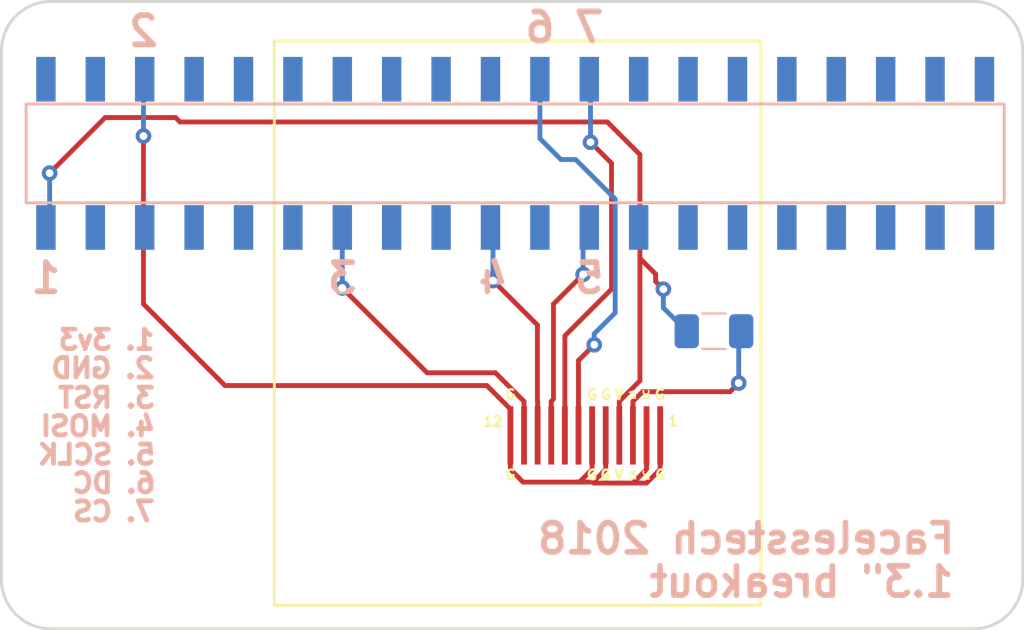
<source format=kicad_pcb>
(kicad_pcb (version 20171130) (host pcbnew 5.0.2+dfsg1-1~bpo9+1)

  (general
    (thickness 1.6)
    (drawings 24)
    (tracks 90)
    (zones 0)
    (modules 3)
    (nets 42)
  )

  (page A4)
  (layers
    (0 F.Cu signal)
    (31 B.Cu signal)
    (32 B.Adhes user)
    (33 F.Adhes user)
    (34 B.Paste user)
    (35 F.Paste user)
    (36 B.SilkS user)
    (37 F.SilkS user)
    (38 B.Mask user)
    (39 F.Mask user)
    (40 Dwgs.User user)
    (41 Cmts.User user)
    (42 Eco1.User user)
    (43 Eco2.User user)
    (44 Edge.Cuts user)
    (45 Margin user)
    (46 B.CrtYd user)
    (47 F.CrtYd user)
    (48 B.Fab user)
    (49 F.Fab user)
  )

  (setup
    (last_trace_width 0.25)
    (trace_clearance 0.2)
    (zone_clearance 0.508)
    (zone_45_only no)
    (trace_min 0.2)
    (segment_width 0.2)
    (edge_width 0.15)
    (via_size 0.8)
    (via_drill 0.4)
    (via_min_size 0.4)
    (via_min_drill 0.3)
    (uvia_size 0.3)
    (uvia_drill 0.1)
    (uvias_allowed no)
    (uvia_min_size 0.2)
    (uvia_min_drill 0.1)
    (pcb_text_width 0.3)
    (pcb_text_size 1.5 1.5)
    (mod_edge_width 0.15)
    (mod_text_size 1 1)
    (mod_text_width 0.15)
    (pad_size 1.524 1.524)
    (pad_drill 0.762)
    (pad_to_mask_clearance 0.051)
    (solder_mask_min_width 0.25)
    (aux_axis_origin 0 0)
    (visible_elements FFFFFF7F)
    (pcbplotparams
      (layerselection 0x010f0_ffffffff)
      (usegerberextensions false)
      (usegerberattributes false)
      (usegerberadvancedattributes false)
      (creategerberjobfile false)
      (excludeedgelayer true)
      (linewidth 0.100000)
      (plotframeref false)
      (viasonmask false)
      (mode 1)
      (useauxorigin false)
      (hpglpennumber 1)
      (hpglpenspeed 20)
      (hpglpendiameter 15.000000)
      (psnegative false)
      (psa4output false)
      (plotreference true)
      (plotvalue true)
      (plotinvisibletext false)
      (padsonsilk false)
      (subtractmaskfromsilk false)
      (outputformat 1)
      (mirror false)
      (drillshape 0)
      (scaleselection 1)
      (outputdirectory "gerbers/"))
  )

  (net 0 "")
  (net 1 "Net-(J1-Pad1)")
  (net 2 "Net-(J1-Pad2)")
  (net 3 "Net-(J1-Pad3)")
  (net 4 "Net-(J1-Pad4)")
  (net 5 "Net-(J1-Pad5)")
  (net 6 "Net-(J1-Pad6)")
  (net 7 "Net-(J1-Pad7)")
  (net 8 "Net-(J1-Pad8)")
  (net 9 "Net-(J1-Pad9)")
  (net 10 "Net-(J1-Pad10)")
  (net 11 "Net-(J1-Pad11)")
  (net 12 "Net-(J1-Pad12)")
  (net 13 "Net-(J1-Pad13)")
  (net 14 "Net-(J1-Pad14)")
  (net 15 "Net-(J1-Pad15)")
  (net 16 "Net-(J1-Pad16)")
  (net 17 "Net-(J1-Pad17)")
  (net 18 "Net-(J1-Pad18)")
  (net 19 "Net-(J1-Pad19)")
  (net 20 "Net-(J1-Pad20)")
  (net 21 "Net-(J1-Pad21)")
  (net 22 "Net-(J1-Pad22)")
  (net 23 "Net-(J1-Pad23)")
  (net 24 "Net-(J1-Pad24)")
  (net 25 "Net-(J1-Pad25)")
  (net 26 "Net-(J1-Pad26)")
  (net 27 "Net-(J1-Pad27)")
  (net 28 "Net-(J1-Pad28)")
  (net 29 "Net-(J1-Pad29)")
  (net 30 "Net-(J1-Pad30)")
  (net 31 "Net-(J1-Pad31)")
  (net 32 "Net-(J1-Pad32)")
  (net 33 "Net-(J1-Pad33)")
  (net 34 "Net-(J1-Pad34)")
  (net 35 "Net-(J1-Pad35)")
  (net 36 "Net-(J1-Pad36)")
  (net 37 "Net-(J1-Pad37)")
  (net 38 "Net-(J1-Pad38)")
  (net 39 "Net-(J1-Pad39)")
  (net 40 "Net-(J1-Pad40)")
  (net 41 "Net-(R1-Pad2)")

  (net_class Default "This is the default net class."
    (clearance 0.2)
    (trace_width 0.25)
    (via_dia 0.8)
    (via_drill 0.4)
    (uvia_dia 0.3)
    (uvia_drill 0.1)
    (add_net "Net-(J1-Pad1)")
    (add_net "Net-(J1-Pad10)")
    (add_net "Net-(J1-Pad11)")
    (add_net "Net-(J1-Pad12)")
    (add_net "Net-(J1-Pad13)")
    (add_net "Net-(J1-Pad14)")
    (add_net "Net-(J1-Pad15)")
    (add_net "Net-(J1-Pad16)")
    (add_net "Net-(J1-Pad17)")
    (add_net "Net-(J1-Pad18)")
    (add_net "Net-(J1-Pad19)")
    (add_net "Net-(J1-Pad2)")
    (add_net "Net-(J1-Pad20)")
    (add_net "Net-(J1-Pad21)")
    (add_net "Net-(J1-Pad22)")
    (add_net "Net-(J1-Pad23)")
    (add_net "Net-(J1-Pad24)")
    (add_net "Net-(J1-Pad25)")
    (add_net "Net-(J1-Pad26)")
    (add_net "Net-(J1-Pad27)")
    (add_net "Net-(J1-Pad28)")
    (add_net "Net-(J1-Pad29)")
    (add_net "Net-(J1-Pad3)")
    (add_net "Net-(J1-Pad30)")
    (add_net "Net-(J1-Pad31)")
    (add_net "Net-(J1-Pad32)")
    (add_net "Net-(J1-Pad33)")
    (add_net "Net-(J1-Pad34)")
    (add_net "Net-(J1-Pad35)")
    (add_net "Net-(J1-Pad36)")
    (add_net "Net-(J1-Pad37)")
    (add_net "Net-(J1-Pad38)")
    (add_net "Net-(J1-Pad39)")
    (add_net "Net-(J1-Pad4)")
    (add_net "Net-(J1-Pad40)")
    (add_net "Net-(J1-Pad5)")
    (add_net "Net-(J1-Pad6)")
    (add_net "Net-(J1-Pad7)")
    (add_net "Net-(J1-Pad8)")
    (add_net "Net-(J1-Pad9)")
    (add_net "Net-(R1-Pad2)")
  )

  (module raspberry_pi_gpio_custom:raspberry_pi_gpio_smd_custom (layer B.Cu) (tedit 5C2A4FE5) (tstamp 5C42BD40)
    (at 159.3215 73.914)
    (path /5C2A399A)
    (fp_text reference J1 (at -0.254 -8.382) (layer B.SilkS) hide
      (effects (font (size 1 1) (thickness 0.15)) (justify mirror))
    )
    (fp_text value Raspberry_Pi_2_3 (at 0 10.922) (layer B.Fab) hide
      (effects (font (size 1 1) (thickness 0.15)) (justify mirror))
    )
    (fp_line (start -25.146 2.54) (end -25.146 -2.54) (layer B.SilkS) (width 0.15))
    (fp_line (start -25.146 -2.54) (end 25.146 -2.54) (layer B.SilkS) (width 0.15))
    (fp_line (start 25.146 -2.54) (end 25.146 2.54) (layer B.SilkS) (width 0.15))
    (fp_line (start 25.146 2.54) (end -25.146 2.54) (layer B.SilkS) (width 0.15))
    (pad 1 smd rect (at -24.13 3.81) (size 1 2.3) (layers B.Cu B.Paste B.Mask)
      (net 1 "Net-(J1-Pad1)"))
    (pad 2 smd rect (at -24.13 -3.81) (size 1 2.3) (layers B.Cu B.Paste B.Mask)
      (net 2 "Net-(J1-Pad2)"))
    (pad 3 smd rect (at -21.59 3.81) (size 1 2.3) (layers B.Cu B.Paste B.Mask)
      (net 3 "Net-(J1-Pad3)"))
    (pad 4 smd rect (at -21.59 -3.81) (size 1 2.3) (layers B.Cu B.Paste B.Mask)
      (net 4 "Net-(J1-Pad4)"))
    (pad 5 smd rect (at -19.05 3.81) (size 1 2.3) (layers B.Cu B.Paste B.Mask)
      (net 5 "Net-(J1-Pad5)"))
    (pad 6 smd rect (at -19.05 -3.81) (size 1 2.3) (layers B.Cu B.Paste B.Mask)
      (net 6 "Net-(J1-Pad6)"))
    (pad 7 smd rect (at -16.51 3.81) (size 1 2.3) (layers B.Cu B.Paste B.Mask)
      (net 7 "Net-(J1-Pad7)"))
    (pad 8 smd rect (at -16.51 -3.81) (size 1 2.3) (layers B.Cu B.Paste B.Mask)
      (net 8 "Net-(J1-Pad8)"))
    (pad 9 smd rect (at -13.97 3.81) (size 1 2.3) (layers B.Cu B.Paste B.Mask)
      (net 9 "Net-(J1-Pad9)"))
    (pad 10 smd rect (at -13.97 -3.81) (size 1 2.3) (layers B.Cu B.Paste B.Mask)
      (net 10 "Net-(J1-Pad10)"))
    (pad 11 smd rect (at -11.43 3.81) (size 1 2.3) (layers B.Cu B.Paste B.Mask)
      (net 11 "Net-(J1-Pad11)"))
    (pad 12 smd rect (at -11.43 -3.81) (size 1 2.3) (layers B.Cu B.Paste B.Mask)
      (net 12 "Net-(J1-Pad12)"))
    (pad 13 smd rect (at -8.89 3.81) (size 1 2.3) (layers B.Cu B.Paste B.Mask)
      (net 13 "Net-(J1-Pad13)"))
    (pad 14 smd rect (at -8.89 -3.81) (size 1 2.3) (layers B.Cu B.Paste B.Mask)
      (net 14 "Net-(J1-Pad14)"))
    (pad 15 smd rect (at -6.35 3.81) (size 1 2.3) (layers B.Cu B.Paste B.Mask)
      (net 15 "Net-(J1-Pad15)"))
    (pad 16 smd rect (at -6.35 -3.81) (size 1 2.3) (layers B.Cu B.Paste B.Mask)
      (net 16 "Net-(J1-Pad16)"))
    (pad 17 smd rect (at -3.81 3.81) (size 1 2.3) (layers B.Cu B.Paste B.Mask)
      (net 17 "Net-(J1-Pad17)"))
    (pad 18 smd rect (at -3.81 -3.81) (size 1 2.3) (layers B.Cu B.Paste B.Mask)
      (net 18 "Net-(J1-Pad18)"))
    (pad 19 smd rect (at -1.27 3.81) (size 1 2.3) (layers B.Cu B.Paste B.Mask)
      (net 19 "Net-(J1-Pad19)"))
    (pad 20 smd rect (at -1.27 -3.81) (size 1 2.3) (layers B.Cu B.Paste B.Mask)
      (net 20 "Net-(J1-Pad20)"))
    (pad 21 smd rect (at 1.27 3.81) (size 1 2.3) (layers B.Cu B.Paste B.Mask)
      (net 21 "Net-(J1-Pad21)"))
    (pad 22 smd rect (at 1.27 -3.81) (size 1 2.3) (layers B.Cu B.Paste B.Mask)
      (net 22 "Net-(J1-Pad22)"))
    (pad 23 smd rect (at 3.81 3.81) (size 1 2.3) (layers B.Cu B.Paste B.Mask)
      (net 23 "Net-(J1-Pad23)"))
    (pad 24 smd rect (at 3.81 -3.81) (size 1 2.3) (layers B.Cu B.Paste B.Mask)
      (net 24 "Net-(J1-Pad24)"))
    (pad 25 smd rect (at 6.35 3.81) (size 1 2.3) (layers B.Cu B.Paste B.Mask)
      (net 25 "Net-(J1-Pad25)"))
    (pad 26 smd rect (at 6.35 -3.81) (size 1 2.3) (layers B.Cu B.Paste B.Mask)
      (net 26 "Net-(J1-Pad26)"))
    (pad 27 smd rect (at 8.89 3.81) (size 1 2.3) (layers B.Cu B.Paste B.Mask)
      (net 27 "Net-(J1-Pad27)"))
    (pad 28 smd rect (at 8.89 -3.81) (size 1 2.3) (layers B.Cu B.Paste B.Mask)
      (net 28 "Net-(J1-Pad28)"))
    (pad 29 smd rect (at 11.43 3.81) (size 1 2.3) (layers B.Cu B.Paste B.Mask)
      (net 29 "Net-(J1-Pad29)"))
    (pad 30 smd rect (at 11.43 -3.81) (size 1 2.3) (layers B.Cu B.Paste B.Mask)
      (net 30 "Net-(J1-Pad30)"))
    (pad 31 smd rect (at 13.97 3.81) (size 1 2.3) (layers B.Cu B.Paste B.Mask)
      (net 31 "Net-(J1-Pad31)"))
    (pad 32 smd rect (at 13.97 -3.81) (size 1 2.3) (layers B.Cu B.Paste B.Mask)
      (net 32 "Net-(J1-Pad32)"))
    (pad 33 smd rect (at 16.51 3.81) (size 1 2.3) (layers B.Cu B.Paste B.Mask)
      (net 33 "Net-(J1-Pad33)"))
    (pad 34 smd rect (at 16.51 -3.81) (size 1 2.3) (layers B.Cu B.Paste B.Mask)
      (net 34 "Net-(J1-Pad34)"))
    (pad 35 smd rect (at 19.05 3.81) (size 1 2.3) (layers B.Cu B.Paste B.Mask)
      (net 35 "Net-(J1-Pad35)"))
    (pad 36 smd rect (at 19.05 -3.81) (size 1 2.3) (layers B.Cu B.Paste B.Mask)
      (net 36 "Net-(J1-Pad36)"))
    (pad 37 smd rect (at 21.59 3.81) (size 1 2.3) (layers B.Cu B.Paste B.Mask)
      (net 37 "Net-(J1-Pad37)"))
    (pad 38 smd rect (at 21.59 -3.81) (size 1 2.3) (layers B.Cu B.Paste B.Mask)
      (net 38 "Net-(J1-Pad38)"))
    (pad 39 smd rect (at 24.13 3.81) (size 1 2.3) (layers B.Cu B.Paste B.Mask)
      (net 39 "Net-(J1-Pad39)"))
    (pad 40 smd rect (at 24.13 -3.81) (size 1 2.3) (layers B.Cu B.Paste B.Mask)
      (net 40 "Net-(J1-Pad40)"))
  )

  (module screens:1.3_screen_ribbon_breakout (layer F.Cu) (tedit 5C2A4FDE) (tstamp 5C42BA1F)
    (at 162.941 89.916)
    (path /5C2A3AE1)
    (fp_text reference U1 (at -4.5085 10.8585) (layer F.SilkS) hide
      (effects (font (size 1 1) (thickness 0.15)))
    )
    (fp_text value 1.3_screen_ribbon (at -3.7465 8.509) (layer F.Fab) hide
      (effects (font (size 1 1) (thickness 0.15)))
    )
    (fp_text user 1 (at 4.495323 -2.223463 180) (layer F.SilkS)
      (effects (font (size 0.5 0.5) (thickness 0.125)))
    )
    (fp_text user 12 (at -4.762977 -2.210763 180) (layer F.SilkS)
      (effects (font (size 0.5 0.5) (thickness 0.125)))
    )
    (fp_text user G (at 3.822223 -3.595063 180) (layer F.SilkS)
      (effects (font (size 0.5 0.5) (thickness 0.125)))
    )
    (fp_text user G (at 1.040923 -3.595063 180) (layer F.SilkS)
      (effects (font (size 0.5 0.5) (thickness 0.125)))
    )
    (fp_text user G (at 0.329723 -3.595063 180) (layer F.SilkS)
      (effects (font (size 0.5 0.5) (thickness 0.125)))
    )
    (fp_text user G (at -3.861277 -3.595063 180) (layer F.SilkS)
      (effects (font (size 0.5 0.5) (thickness 0.125)))
    )
    (fp_text user G (at 3.847623 0.532437 180) (layer F.SilkS)
      (effects (font (size 0.5 0.5) (thickness 0.125)))
    )
    (fp_text user G (at 1.028223 0.532437 180) (layer F.SilkS)
      (effects (font (size 0.5 0.5) (thickness 0.125)))
    )
    (fp_text user G (at 0.329723 0.532437 180) (layer F.SilkS)
      (effects (font (size 0.5 0.5) (thickness 0.125)))
    )
    (fp_text user G (at -3.861277 0.532437 180) (layer F.SilkS)
      (effects (font (size 0.5 0.5) (thickness 0.125)))
    )
    (fp_text user V (at 1.714023 0.532437 180) (layer F.SilkS)
      (effects (font (size 0.5 0.5) (thickness 0.125)))
    )
    (fp_text user V (at 1.726723 -3.595063 180) (layer F.SilkS)
      (effects (font (size 0.5 0.5) (thickness 0.125)))
    )
    (fp_text user LC (at 3.123723 -3.595063 270) (layer F.SilkS)
      (effects (font (size 0.3 0.3) (thickness 0.075)))
    )
    (fp_text user LC (at 3.123723 0.545137 270) (layer F.SilkS)
      (effects (font (size 0.3 0.3) (thickness 0.075)))
    )
    (fp_text user LA (at 2.437923 0.545137 270) (layer F.SilkS)
      (effects (font (size 0.3 0.3) (thickness 0.075)))
    )
    (fp_text user LA (at 2.425223 -3.595063 270) (layer F.SilkS)
      (effects (font (size 0.3 0.3) (thickness 0.075)))
    )
    (fp_line (start -16.002 7.239) (end 9.017 7.239) (layer F.SilkS) (width 0.15))
    (fp_line (start -16.002 -21.7805) (end 9.017 -21.7805) (layer F.SilkS) (width 0.15))
    (fp_line (start 9.017 -21.7805) (end 9.017 7.239) (layer F.SilkS) (width 0.15))
    (fp_line (start -16.002 7.239) (end -16.002 -21.7805) (layer F.SilkS) (width 0.15))
    (pad 1 smd rect (at 3.834923 -1.499563 180) (size 0.3 3) (layers F.Cu F.Paste F.Mask)
      (net 6 "Net-(J1-Pad6)"))
    (pad 2 smd rect (at 3.134923 -1.499563 180) (size 0.3 3) (layers F.Cu F.Paste F.Mask)
      (net 6 "Net-(J1-Pad6)"))
    (pad 3 smd rect (at 2.434923 -1.499563 180) (size 0.3 3) (layers F.Cu F.Paste F.Mask)
      (net 41 "Net-(R1-Pad2)"))
    (pad 4 smd rect (at 1.734923 -1.499563 180) (size 0.3 3) (layers F.Cu F.Paste F.Mask)
      (net 1 "Net-(J1-Pad1)"))
    (pad 5 smd rect (at 1.034923 -1.499563 180) (size 0.3 3) (layers F.Cu F.Paste F.Mask)
      (net 6 "Net-(J1-Pad6)"))
    (pad 6 smd rect (at 0.334923 -1.499563 180) (size 0.3 3) (layers F.Cu F.Paste F.Mask)
      (net 6 "Net-(J1-Pad6)"))
    (pad 7 smd rect (at -0.365077 -1.499563 180) (size 0.3 3) (layers F.Cu F.Paste F.Mask)
      (net 22 "Net-(J1-Pad22)"))
    (pad 8 smd rect (at -1.065077 -1.499563 180) (size 0.3 3) (layers F.Cu F.Paste F.Mask)
      (net 24 "Net-(J1-Pad24)"))
    (pad 9 smd rect (at -1.765077 -1.499563 180) (size 0.3 3) (layers F.Cu F.Paste F.Mask)
      (net 23 "Net-(J1-Pad23)"))
    (pad 10 smd rect (at -2.465077 -1.499563 180) (size 0.3 3) (layers F.Cu F.Paste F.Mask)
      (net 19 "Net-(J1-Pad19)"))
    (pad 11 smd rect (at -3.165077 -1.499563 180) (size 0.3 3) (layers F.Cu F.Paste F.Mask)
      (net 13 "Net-(J1-Pad13)"))
    (pad 12 smd rect (at -3.865077 -1.499563 180) (size 0.3 3) (layers F.Cu F.Paste F.Mask)
      (net 6 "Net-(J1-Pad6)"))
  )

  (module Resistor_SMD:R_1206_3216Metric (layer B.Cu) (tedit 5C2A4FD4) (tstamp 5C42BF6B)
    (at 169.542 83.058)
    (descr "Resistor SMD 1206 (3216 Metric), square (rectangular) end terminal, IPC_7351 nominal, (Body size source: http://www.tortai-tech.com/upload/download/2011102023233369053.pdf), generated with kicad-footprint-generator")
    (tags resistor)
    (path /5C2A65CC)
    (attr smd)
    (fp_text reference R1 (at 0 1.82) (layer B.SilkS) hide
      (effects (font (size 1 1) (thickness 0.15)) (justify mirror))
    )
    (fp_text value R (at 0 -1.82) (layer B.Fab) hide
      (effects (font (size 1 1) (thickness 0.15)) (justify mirror))
    )
    (fp_line (start -1.6 -0.8) (end -1.6 0.8) (layer B.Fab) (width 0.1))
    (fp_line (start -1.6 0.8) (end 1.6 0.8) (layer B.Fab) (width 0.1))
    (fp_line (start 1.6 0.8) (end 1.6 -0.8) (layer B.Fab) (width 0.1))
    (fp_line (start 1.6 -0.8) (end -1.6 -0.8) (layer B.Fab) (width 0.1))
    (fp_line (start -0.602064 0.91) (end 0.602064 0.91) (layer B.SilkS) (width 0.12))
    (fp_line (start -0.602064 -0.91) (end 0.602064 -0.91) (layer B.SilkS) (width 0.12))
    (fp_line (start -2.28 -1.12) (end -2.28 1.12) (layer B.CrtYd) (width 0.05))
    (fp_line (start -2.28 1.12) (end 2.28 1.12) (layer B.CrtYd) (width 0.05))
    (fp_line (start 2.28 1.12) (end 2.28 -1.12) (layer B.CrtYd) (width 0.05))
    (fp_line (start 2.28 -1.12) (end -2.28 -1.12) (layer B.CrtYd) (width 0.05))
    (fp_text user %R (at 0 0) (layer B.Fab)
      (effects (font (size 0.8 0.8) (thickness 0.12)) (justify mirror))
    )
    (pad 1 smd roundrect (at -1.4 0) (size 1.25 1.75) (layers B.Cu B.Paste B.Mask) (roundrect_rratio 0.2)
      (net 1 "Net-(J1-Pad1)"))
    (pad 2 smd roundrect (at 1.4 0) (size 1.25 1.75) (layers B.Cu B.Paste B.Mask) (roundrect_rratio 0.2)
      (net 41 "Net-(R1-Pad2)"))
    (model ${KISYS3DMOD}/Resistor_SMD.3dshapes/R_1206_3216Metric.wrl
      (at (xyz 0 0 0))
      (scale (xyz 1 1 1))
      (rotate (xyz 0 0 0))
    )
  )

  (gr_text "1.3\" breakout" (at 174.0535 95.9485) (layer B.SilkS)
    (effects (font (size 1.5 1.5) (thickness 0.3)) (justify mirror))
  )
  (gr_text "7. CS" (at 138.684 92.329) (layer B.SilkS)
    (effects (font (size 1 1) (thickness 0.25)) (justify mirror))
  )
  (gr_text 7 (at 163.1315 67.437) (layer B.SilkS)
    (effects (font (size 1.5 1.5) (thickness 0.3)) (justify mirror))
  )
  (gr_text "6. DC" (at 138.684 90.8685) (layer B.SilkS) (tstamp 5C42C104)
    (effects (font (size 1 1) (thickness 0.25)) (justify mirror))
  )
  (gr_text 6 (at 160.5915 67.437) (layer B.SilkS)
    (effects (font (size 1.5 1.5) (thickness 0.3)) (justify mirror))
  )
  (gr_text "5. SCLK" (at 137.795 89.408) (layer B.SilkS)
    (effects (font (size 1 1) (thickness 0.25)) (justify mirror))
  )
  (gr_text 5 (at 163.1315 80.3275) (layer B.SilkS)
    (effects (font (size 1.5 1.5) (thickness 0.3)) (justify mirror))
  )
  (gr_text "4. MOSI" (at 137.8585 87.9475) (layer B.SilkS)
    (effects (font (size 1 1) (thickness 0.25)) (justify mirror))
  )
  (gr_text 4 (at 158.1785 80.3275) (layer B.SilkS)
    (effects (font (size 1.5 1.5) (thickness 0.3)) (justify mirror))
  )
  (gr_text "3. RST" (at 138.303 86.487) (layer B.SilkS) (tstamp 5C42C0FA)
    (effects (font (size 1 1) (thickness 0.25)) (justify mirror))
  )
  (gr_text 3 (at 150.4315 80.3275) (layer B.SilkS)
    (effects (font (size 1.5 1.5) (thickness 0.3)) (justify mirror))
  )
  (gr_text "2. GND" (at 138.1125 84.963) (layer B.SilkS)
    (effects (font (size 1 1) (thickness 0.25)) (justify mirror))
  )
  (gr_text 2 (at 140.208 67.6275) (layer B.SilkS)
    (effects (font (size 1.5 1.5) (thickness 0.3)) (justify mirror))
  )
  (gr_text "1. 3v3" (at 138.303 83.5025) (layer B.SilkS)
    (effects (font (size 1 1) (thickness 0.25)) (justify mirror))
  )
  (gr_text 1 (at 135.1915 80.3275) (layer B.SilkS)
    (effects (font (size 1.5 1.5) (thickness 0.3)) (justify mirror))
  )
  (gr_text "Facelesstech 2018" (at 171.196 93.726) (layer B.SilkS)
    (effects (font (size 1.5 1.5) (thickness 0.3)) (justify mirror))
  )
  (gr_line (start 135.4455 66.1035) (end 182.88 66.1035) (layer Edge.Cuts) (width 0.15))
  (gr_line (start 132.9055 95.8215) (end 132.9055 68.6435) (layer Edge.Cuts) (width 0.15))
  (gr_line (start 182.88 98.3615) (end 135.4455 98.3615) (layer Edge.Cuts) (width 0.15))
  (gr_line (start 185.42 68.6435) (end 185.42 95.8215) (layer Edge.Cuts) (width 0.15))
  (gr_arc (start 182.88 68.6435) (end 185.42 68.6435) (angle -90) (layer Edge.Cuts) (width 0.15))
  (gr_arc (start 182.88 95.8215) (end 182.88 98.3615) (angle -90) (layer Edge.Cuts) (width 0.15))
  (gr_arc (start 135.4455 95.8215) (end 132.9055 95.8215) (angle -90) (layer Edge.Cuts) (width 0.15))
  (gr_arc (start 135.4455 68.6435) (end 135.4455 66.1035) (angle -90) (layer Edge.Cuts) (width 0.15))

  (segment (start 164.675923 86.666437) (end 165.735 85.60736) (width 0.25) (layer F.Cu) (net 1))
  (segment (start 164.675923 88.416437) (end 164.675923 86.666437) (width 0.25) (layer F.Cu) (net 1))
  (segment (start 165.735 73.9775) (end 164.374999 72.617499) (width 0.25) (layer F.Cu) (net 1))
  (segment (start 164.057499 72.299999) (end 142.086499 72.299999) (width 0.25) (layer F.Cu) (net 1))
  (segment (start 164.374999 72.617499) (end 164.057499 72.299999) (width 0.25) (layer F.Cu) (net 1))
  (segment (start 142.086499 72.299999) (end 141.859 72.0725) (width 0.25) (layer F.Cu) (net 1))
  (via (at 135.382 74.93) (size 0.8) (drill 0.4) (layers F.Cu B.Cu) (net 1))
  (segment (start 138.2395 72.0725) (end 135.382 74.93) (width 0.25) (layer F.Cu) (net 1))
  (segment (start 141.859 72.0725) (end 138.2395 72.0725) (width 0.25) (layer F.Cu) (net 1))
  (segment (start 135.382 77.5335) (end 135.1915 77.724) (width 0.25) (layer B.Cu) (net 1))
  (segment (start 135.382 74.93) (end 135.382 77.5335) (width 0.25) (layer B.Cu) (net 1))
  (via (at 166.9415 80.899) (size 0.8) (drill 0.4) (layers F.Cu B.Cu) (net 1))
  (segment (start 166.9415 81.8575) (end 166.9415 80.899) (width 0.25) (layer B.Cu) (net 1))
  (segment (start 168.142 83.058) (end 166.9415 81.8575) (width 0.25) (layer B.Cu) (net 1))
  (segment (start 166.541501 80.118001) (end 165.735 79.3115) (width 0.25) (layer F.Cu) (net 1))
  (segment (start 166.541501 80.499001) (end 166.541501 80.118001) (width 0.25) (layer F.Cu) (net 1))
  (segment (start 166.9415 80.899) (end 166.541501 80.499001) (width 0.25) (layer F.Cu) (net 1))
  (segment (start 165.735 85.60736) (end 165.735 79.3115) (width 0.25) (layer F.Cu) (net 1))
  (segment (start 165.735 79.3115) (end 165.735 73.9775) (width 0.25) (layer F.Cu) (net 1))
  (segment (start 163.275923 88.416437) (end 163.275923 90.166437) (width 0.25) (layer F.Cu) (net 6))
  (segment (start 159.728346 90.81886) (end 159.075923 90.166437) (width 0.25) (layer F.Cu) (net 6))
  (segment (start 159.075923 90.166437) (end 159.075923 88.416437) (width 0.25) (layer F.Cu) (net 6))
  (segment (start 163.275923 90.166437) (end 162.70086 90.7415) (width 0.25) (layer F.Cu) (net 6))
  (segment (start 162.70086 90.7415) (end 162.6235 90.81886) (width 0.25) (layer F.Cu) (net 6))
  (segment (start 166.775923 88.416437) (end 166.775923 90.166437) (width 0.25) (layer F.Cu) (net 6))
  (segment (start 163.3235 90.81886) (end 162.4965 90.81886) (width 0.25) (layer F.Cu) (net 6))
  (segment (start 163.975923 90.166437) (end 163.3235 90.81886) (width 0.25) (layer F.Cu) (net 6))
  (segment (start 163.975923 88.416437) (end 163.975923 90.166437) (width 0.25) (layer F.Cu) (net 6))
  (segment (start 162.6235 90.81886) (end 162.4965 90.81886) (width 0.25) (layer F.Cu) (net 6))
  (segment (start 162.4965 90.81886) (end 159.728346 90.81886) (width 0.25) (layer F.Cu) (net 6))
  (segment (start 163.37314 90.8685) (end 163.3235 90.81886) (width 0.25) (layer F.Cu) (net 6))
  (segment (start 166.775923 90.166437) (end 166.07386 90.8685) (width 0.25) (layer F.Cu) (net 6))
  (segment (start 159.075923 87.066437) (end 157.861486 85.852) (width 0.25) (layer F.Cu) (net 6))
  (segment (start 159.075923 88.416437) (end 159.075923 87.066437) (width 0.25) (layer F.Cu) (net 6))
  (segment (start 157.861486 85.852) (end 144.399 85.852) (width 0.25) (layer F.Cu) (net 6))
  (via (at 140.208 73.025) (size 0.8) (drill 0.4) (layers F.Cu B.Cu) (net 6))
  (segment (start 140.208 81.661) (end 140.208 73.025) (width 0.25) (layer F.Cu) (net 6))
  (segment (start 144.399 85.852) (end 140.208 81.661) (width 0.25) (layer F.Cu) (net 6))
  (segment (start 140.208 70.1675) (end 140.2715 70.104) (width 0.25) (layer B.Cu) (net 6))
  (segment (start 140.208 73.025) (end 140.208 70.1675) (width 0.25) (layer B.Cu) (net 6))
  (segment (start 165.4175 90.82486) (end 165.4175 90.8685) (width 0.25) (layer F.Cu) (net 6))
  (segment (start 166.075923 88.416437) (end 166.075923 90.166437) (width 0.25) (layer F.Cu) (net 6))
  (segment (start 165.4175 90.8685) (end 163.37314 90.8685) (width 0.25) (layer F.Cu) (net 6))
  (segment (start 166.075923 90.166437) (end 165.4175 90.82486) (width 0.25) (layer F.Cu) (net 6))
  (segment (start 166.07386 90.8685) (end 165.4175 90.8685) (width 0.25) (layer F.Cu) (net 6))
  (segment (start 159.775923 86.666437) (end 158.3055 85.196014) (width 0.25) (layer F.Cu) (net 13) (status 1000000))
  (segment (start 159.775923 88.416437) (end 159.775923 86.666437) (width 0.25) (layer F.Cu) (net 13) (status 1000000))
  (segment (start 150.4315 80.269815) (end 150.4315 77.724) (width 0.25) (layer B.Cu) (net 13) (status 1000000))
  (segment (start 158.3055 85.196014) (end 154.792014 85.196014) (width 0.25) (layer F.Cu) (net 13) (status 1000000))
  (segment (start 154.792014 85.196014) (end 150.4315 80.8355) (width 0.25) (layer F.Cu) (net 13) (status 1000000))
  (via (at 150.4315 80.8355) (size 0.8) (drill 0.4) (layers F.Cu B.Cu) (net 13) (status 1000000))
  (segment (start 150.4315 80.8355) (end 150.4315 80.269815) (width 0.25) (layer B.Cu) (net 13) (status 1000000))
  (segment (start 160.475923 86.666437) (end 160.4645 86.655014) (width 0.25) (layer F.Cu) (net 19))
  (segment (start 160.475923 88.416437) (end 160.475923 86.666437) (width 0.25) (layer F.Cu) (net 19))
  (via (at 158.1785 80.4545) (size 0.8) (drill 0.4) (layers F.Cu B.Cu) (net 19))
  (segment (start 160.4645 82.7405) (end 158.1785 80.4545) (width 0.25) (layer F.Cu) (net 19))
  (segment (start 160.4645 86.655014) (end 160.4645 82.7405) (width 0.25) (layer F.Cu) (net 19))
  (segment (start 158.1785 77.851) (end 158.0515 77.724) (width 0.25) (layer B.Cu) (net 19))
  (segment (start 158.1785 80.4545) (end 158.1785 77.851) (width 0.25) (layer B.Cu) (net 19))
  (via (at 163.3855 83.7565) (size 0.8) (drill 0.4) (layers F.Cu B.Cu) (net 22))
  (segment (start 162.575923 84.566077) (end 163.3855 83.7565) (width 0.25) (layer F.Cu) (net 22))
  (segment (start 162.575923 88.416437) (end 162.575923 84.566077) (width 0.25) (layer F.Cu) (net 22))
  (segment (start 163.3855 83.190815) (end 164.465 82.111315) (width 0.25) (layer B.Cu) (net 22))
  (segment (start 163.3855 83.7565) (end 163.3855 83.190815) (width 0.25) (layer B.Cu) (net 22))
  (segment (start 164.465 82.111315) (end 164.465 76.2635) (width 0.25) (layer B.Cu) (net 22))
  (segment (start 164.465 76.2635) (end 162.433 74.2315) (width 0.25) (layer B.Cu) (net 22))
  (segment (start 162.433 74.2315) (end 161.671 74.2315) (width 0.25) (layer B.Cu) (net 22))
  (segment (start 160.5915 73.152) (end 160.5915 70.104) (width 0.25) (layer B.Cu) (net 22))
  (segment (start 161.671 74.2315) (end 160.5915 73.152) (width 0.25) (layer B.Cu) (net 22))
  (segment (start 161.175923 86.666437) (end 161.29 86.55236) (width 0.25) (layer F.Cu) (net 23))
  (segment (start 161.175923 88.416437) (end 161.175923 86.666437) (width 0.25) (layer F.Cu) (net 23))
  (segment (start 161.29 81.661) (end 162.814 80.137) (width 0.25) (layer F.Cu) (net 23))
  (via (at 162.814 80.137) (size 0.8) (drill 0.4) (layers F.Cu B.Cu) (net 23))
  (segment (start 161.29 86.55236) (end 161.29 81.661) (width 0.25) (layer F.Cu) (net 23))
  (segment (start 162.814 78.0415) (end 163.1315 77.724) (width 0.25) (layer B.Cu) (net 23))
  (segment (start 162.814 80.137) (end 162.814 78.0415) (width 0.25) (layer B.Cu) (net 23))
  (segment (start 161.875923 88.416437) (end 161.875923 83.297577) (width 0.25) (layer F.Cu) (net 24))
  (segment (start 161.875923 83.297577) (end 164.2745 80.899) (width 0.25) (layer F.Cu) (net 24))
  (via (at 163.195 73.3425) (size 0.8) (drill 0.4) (layers F.Cu B.Cu) (net 24))
  (segment (start 164.2745 74.422) (end 163.195 73.3425) (width 0.25) (layer F.Cu) (net 24))
  (segment (start 164.2745 80.899) (end 164.2745 74.422) (width 0.25) (layer F.Cu) (net 24))
  (segment (start 163.195 70.1675) (end 163.1315 70.104) (width 0.25) (layer B.Cu) (net 24))
  (segment (start 163.195 73.3425) (end 163.195 70.1675) (width 0.25) (layer B.Cu) (net 24))
  (segment (start 165.375923 86.666437) (end 165.87286 86.1695) (width 0.25) (layer F.Cu) (net 41))
  (segment (start 165.375923 88.416437) (end 165.375923 86.666437) (width 0.25) (layer F.Cu) (net 41))
  (via (at 170.815 85.725) (size 0.8) (drill 0.4) (layers F.Cu B.Cu) (net 41))
  (segment (start 170.3705 86.1695) (end 170.815 85.725) (width 0.25) (layer F.Cu) (net 41))
  (segment (start 165.87286 86.1695) (end 170.3705 86.1695) (width 0.25) (layer F.Cu) (net 41))
  (segment (start 170.815 83.185) (end 170.942 83.058) (width 0.25) (layer B.Cu) (net 41))
  (segment (start 170.815 85.725) (end 170.815 83.185) (width 0.25) (layer B.Cu) (net 41))

)

</source>
